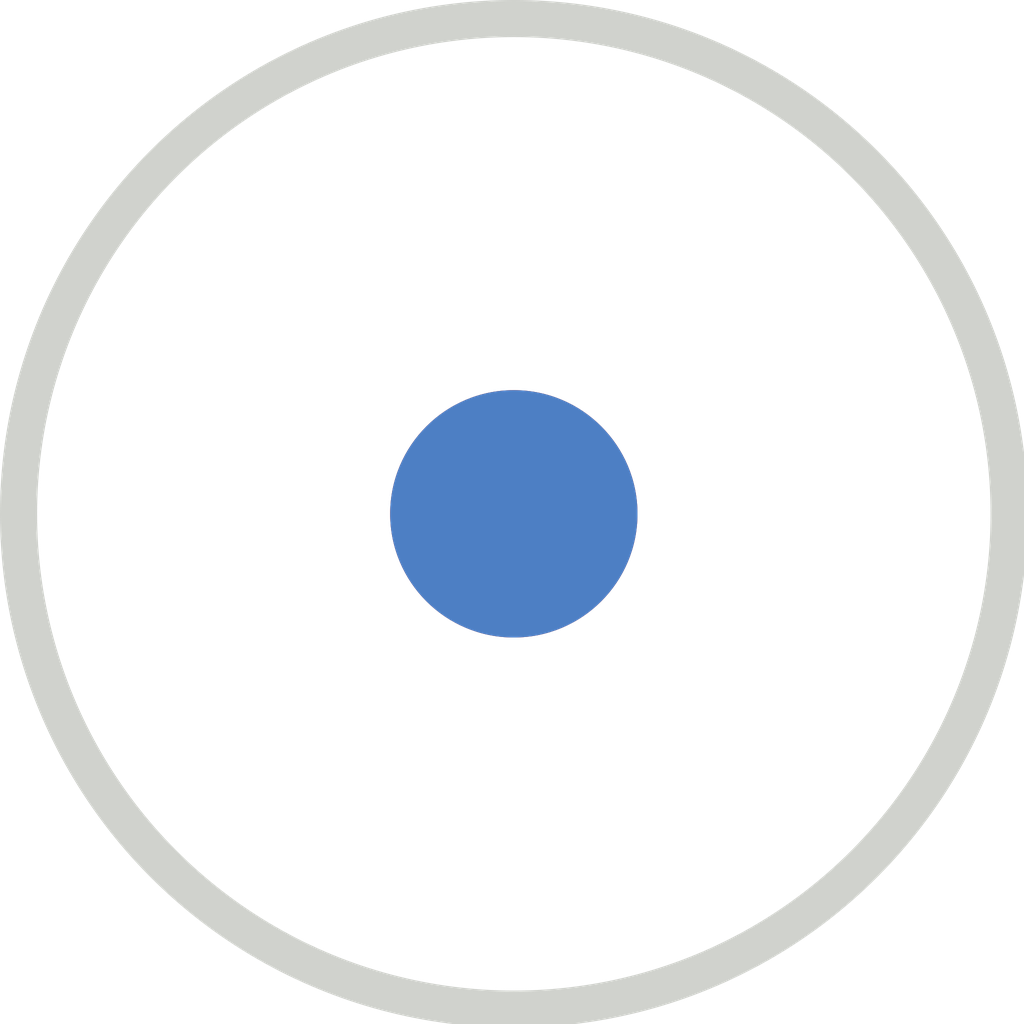
<source format=kicad_pcb>
(kicad_pcb (version 4) (host pcbnew 4.0.7)

  (general
    (links 0)
    (no_connects 0)
    (area 146.422501 102.225 153.742857 107.875)
    (thickness 1.6)
    (drawings 1)
    (tracks 0)
    (zones 0)
    (modules 2)
    (nets 1)
  )

  (page A4)
  (layers
    (0 F.Cu signal)
    (31 B.Cu signal)
    (32 B.Adhes user)
    (33 F.Adhes user)
    (34 B.Paste user)
    (35 F.Paste user)
    (36 B.SilkS user)
    (37 F.SilkS user)
    (38 B.Mask user)
    (39 F.Mask user)
    (40 Dwgs.User user)
    (41 Cmts.User user)
    (42 Eco1.User user)
    (43 Eco2.User user)
    (44 Edge.Cuts user)
    (45 Margin user)
    (46 B.CrtYd user)
    (47 F.CrtYd user)
    (48 B.Fab user)
    (49 F.Fab user)
  )

  (setup
    (last_trace_width 0.25)
    (trace_clearance 0.2)
    (zone_clearance 0.508)
    (zone_45_only no)
    (trace_min 0.2)
    (segment_width 0.2)
    (edge_width 0.15)
    (via_size 0.6)
    (via_drill 0.4)
    (via_min_size 0.4)
    (via_min_drill 0.3)
    (uvia_size 0.3)
    (uvia_drill 0.1)
    (uvias_allowed no)
    (uvia_min_size 0.2)
    (uvia_min_drill 0.1)
    (pcb_text_width 0.3)
    (pcb_text_size 1.5 1.5)
    (mod_edge_width 0.15)
    (mod_text_size 1 1)
    (mod_text_width 0.15)
    (pad_size 1.524 1.524)
    (pad_drill 0.762)
    (pad_to_mask_clearance 0.2)
    (aux_axis_origin 148.5 105)
    (visible_elements 7FFFFFFF)
    (pcbplotparams
      (layerselection 0x010f0_80000001)
      (usegerberextensions true)
      (excludeedgelayer true)
      (linewidth 0.100000)
      (plotframeref false)
      (viasonmask false)
      (mode 1)
      (useauxorigin true)
      (hpglpennumber 1)
      (hpglpenspeed 20)
      (hpglpendiameter 15)
      (hpglpenoverlay 2)
      (psnegative false)
      (psa4output false)
      (plotreference false)
      (plotvalue false)
      (plotinvisibletext false)
      (padsonsilk false)
      (subtractmaskfromsilk false)
      (outputformat 1)
      (mirror false)
      (drillshape 0)
      (scaleselection 1)
      (outputdirectory gerbers/))
  )

  (net 0 "")

  (net_class Default "This is the default net class."
    (clearance 0.2)
    (trace_width 0.25)
    (via_dia 0.6)
    (via_drill 0.4)
    (uvia_dia 0.3)
    (uvia_drill 0.1)
  )

  (module Fiducials:Fiducial_1mm_Dia_2.54mm_Outer_CopperBottom (layer F.Cu) (tedit 5C3B620A) (tstamp 5C3B6201)
    (at 148.5 105)
    (descr "Circular Fiducial, 1mm bare copper bottom; 2.54mm keepout")
    (tags marker)
    (path /5C3B8C69)
    (attr smd)
    (fp_text reference FID1 (at 3.4 0.7) (layer F.SilkS) hide
      (effects (font (size 1 1) (thickness 0.15)))
    )
    (fp_text value FID1 (at 0 -1.8) (layer F.Fab) hide
      (effects (font (size 1 1) (thickness 0.15)))
    )
    (fp_circle (center 0 0) (end 1.55 0) (layer B.CrtYd) (width 0.05))
    (pad ~ smd circle (at 0 0) (size 1 1) (layers B.Cu B.Mask)
      (solder_mask_margin 0.77) (clearance 0.77))
  )

  (module Fiducials:Fiducial_1mm_Dia_2.54mm_Outer_CopperBottom (layer B.Cu) (tedit 5C3B620D) (tstamp 5C3B6207)
    (at 148.5 105)
    (descr "Circular Fiducial, 1mm bare copper bottom; 2.54mm keepout")
    (tags marker)
    (path /5C3B620E)
    (attr smd)
    (fp_text reference FID2 (at 3.4 -0.7) (layer B.SilkS) hide
      (effects (font (size 1 1) (thickness 0.15)) (justify mirror))
    )
    (fp_text value FID1 (at 0 1.8) (layer B.Fab) hide
      (effects (font (size 1 1) (thickness 0.15)) (justify mirror))
    )
    (fp_circle (center 0 0) (end 1.55 0) (layer F.CrtYd) (width 0.05))
    (pad ~ smd circle (at 0 0) (size 1 1) (layers F.Cu F.Mask)
      (solder_mask_margin 0.77) (clearance 0.77))
  )

  (gr_circle (center 148.5 105) (end 150.5 105.1) (layer Edge.Cuts) (width 0.15))

)

</source>
